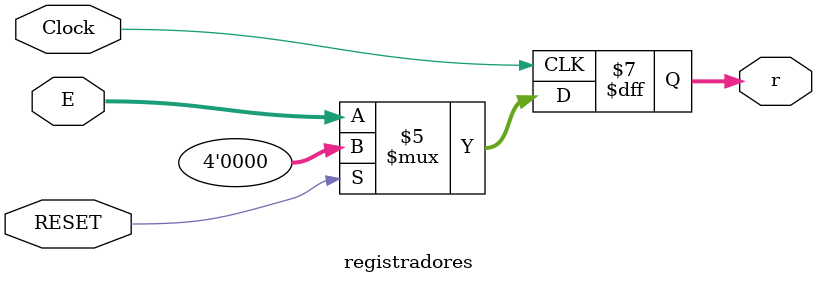
<source format=v>
module registradores(Clock,RESET,E,r);
	input Clock, RESET;
	input [3:0] E;
	output reg [3:0] r;

	initial begin
		r <= 4'b0000;
	end
	
	always @(posedge Clock)
		if(~RESET)
			r <= E;
		else
			r <= 4'b0000;

endmodule 
</source>
